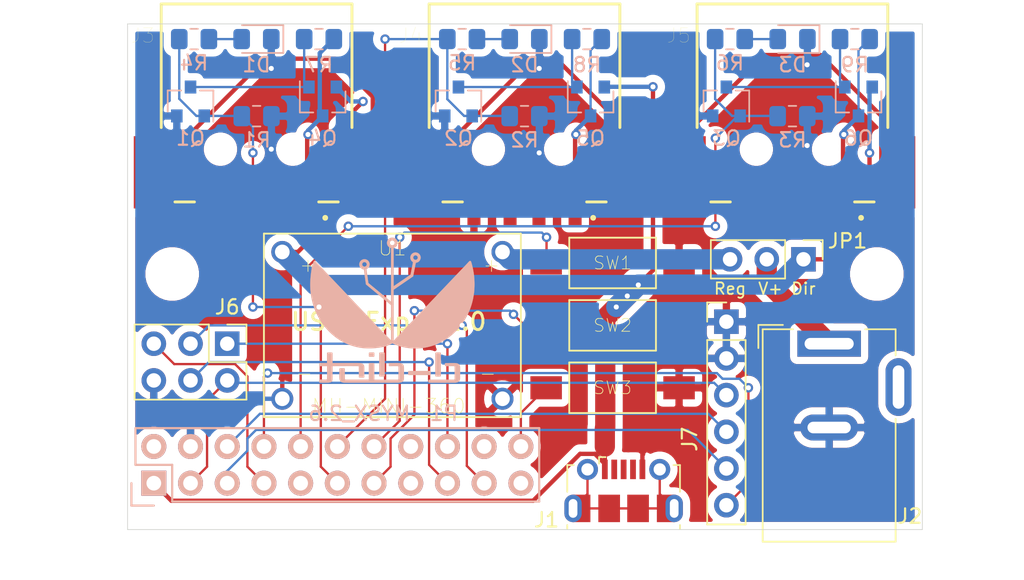
<source format=kicad_pcb>
(kicad_pcb (version 20171130) (host pcbnew 5.1.6-c6e7f7d~86~ubuntu18.04.1)
  (title_block (title USB-Exp) (date 2020-06-19) (rev 1.0) (company d-diot) (comment 1 https://www.d-diot.com) (comment 2 info@d-diot.com) (comment 3 "Author: Francesco Berghi"))
  (layers (0 F.Cu signal) (31 B.Cu signal) (34 B.Paste user) (35 F.Paste user) (36 B.SilkS user) (37 F.SilkS user) (38 B.Mask user) (39 F.Mask user) (44 Edge.Cuts user))
  (net 0 "")
  (net 1 "Net-(D1-Pad2)")
  (net 2 GND)
  (net 3 "Net-(D2-Pad2)")
  (net 4 "Net-(D3-Pad2)")
  (net 5 "Net-(J1-Pad6)")
  (net 6 "Net-(J1-Pad3)")
  (net 7 "Net-(J1-Pad4)")
  (net 8 Vin)
  (net 9 "Net-(J1-Pad2)")
  (net 10 "Net-(J2-Pad1)")
  (net 11 "Net-(J3-PadS1)")
  (net 12 "Net-(J3-Pad03)")
  (net 13 "Net-(J3-Pad01)")
  (net 14 "Net-(J3-Pad02)")
  (net 15 "Net-(J4-PadS1)")
  (net 16 "Net-(J4-Pad03)")
  (net 17 "Net-(J4-Pad01)")
  (net 18 "Net-(J4-Pad02)")
  (net 19 "Net-(J5-PadS1)")
  (net 20 "Net-(J5-Pad03)")
  (net 21 "Net-(J5-Pad01)")
  (net 22 "Net-(J5-Pad02)")
  (net 23 RESET)
  (net 24 MOSI)
  (net 25 SCK)
  (net 26 VCC)
  (net 27 MISO)
  (net 28 DTR)
  (net 29 D0-RXD)
  (net 30 D1-TXD)
  (net 31 "Net-(JP1-Pad3)")
  (net 32 A3)
  (net 33 "Net-(P1-Pad21)")
  (net 34 "Net-(P1-Pad2)")
  (net 35 "Net-(P1-Pad9)")
  (net 36 D3)
  (net 37 D5)
  (net 38 D6)
  (net 39 A5-SCL)
  (net 40 A4-SDA)
  (net 41 "Net-(P1-Pad15)")
  (net 42 "Net-(P1-Pad16)")
  (net 43 "Net-(P1-Pad20)")
  (net 44 "Net-(Q1-Pad3)")
  (net 45 "Net-(Q2-Pad3)")
  (net 46 "Net-(Q3-Pad3)")
  (module d-diot:d-diot-logo-small (layer B.Cu) (at 68.326 70.104 180)
    (fp_text reference G*** hide)
    (fp_text value LOGO hide)
  )
  (module MountingHole:MountingHole_2.7mm_M2.5 (layer F.Cu) (at 101.854 67.31)
    (fp_text reference REF** hide)
    (fp_text value MountingHole_2.7mm_M2.5)
    (pad 1 np_thru_hole circle (at 0 0) (size 2.7 2.7) (drill 2.7) (layers *.Cu *.Mask))
  )
  (module MountingHole:MountingHole_2.7mm_M2.5 (layer F.Cu) (at 53.086 67.31)
    (fp_text reference REF** hide)
    (fp_text value MountingHole_2.7mm_M2.5)
    (pad 1 np_thru_hole circle (at 0 0) (size 2.7 2.7) (drill 2.7) (layers *.Cu *.Mask))
  )
  (module MH-MINI-360:MH-MINI-360 (layer F.Cu) (at 68.326 70.866 180)
    (fp_text reference U1 (at 0 5.334) (layer F.SilkS) (effects (font (thickness 0.05))))
    (fp_text value MH-MINI-360 (at 0.254 -5.588) (layer F.SilkS) (effects (font (thickness 0.05))))
    (fp_text user + (at 5.842 4.191) (layer F.SilkS) (effects (font (thickness 0.05))))
    (fp_text user - (at 6.096 -3.302) (layer F.SilkS) (effects (font (thickness 0.05))))
    (fp_text user - (at -6.604 -3.302) (layer F.SilkS) (effects (font (thickness 0.05))))
    (fp_text user + (at -6.858 4.191) (layer F.SilkS) (effects (font (thickness 0.05))))
    (pad P$4 thru_hole circle (at 7.62 -5.08 180) (size 1.524 1.524) (drill 1.016) (layers *.Cu *.Mask) (net 2 GND))
    (pad P$3 thru_hole circle (at 7.62 5.08 180) (size 1.524 1.524) (drill 1.016) (layers *.Cu *.Mask) (net 8 Vin))
    (pad P$2 thru_hole circle (at -7.62 5.08 180) (size 1.524 1.524) (drill 1.016) (layers *.Cu *.Mask) (net 31 "Net-(JP1-Pad3)"))
    (pad P$1 thru_hole circle (at -7.62 -5.08 180) (size 1.524 1.524) (drill 1.016) (layers *.Cu *.Mask) (net 2 GND))
  )
  (module 1437566-3:SW_1437566-3 (layer F.Cu) (at 83.566 75.184 180)
    (fp_text reference SW3 (at 0 0) (layer F.SilkS) (effects (font (size 0.888425 0.888425) (thickness 0.05))))
    (fp_text value SW_Push hide)
    (pad 2 smd rect (at 4.6 0 270) (size 1.6 2.18) (layers F.Cu F.Paste F.Mask) (net 32 A3))
    (pad 1 smd rect (at -4.6 0 270) (size 1.6 2.18) (layers F.Cu F.Paste F.Mask) (net 2 GND))
  )
  (module 1437566-3:SW_1437566-3 (layer F.Cu) (at 83.566 70.866 180)
    (fp_text reference SW2 (at 0 0) (layer F.SilkS) (effects (font (size 0.888425 0.888425) (thickness 0.05))))
    (fp_text value SW_Push hide)
    (pad 2 smd rect (at 4.6 0 270) (size 1.6 2.18) (layers F.Cu F.Paste F.Mask) (net 39 A5-SCL))
    (pad 1 smd rect (at -4.6 0 270) (size 1.6 2.18) (layers F.Cu F.Paste F.Mask) (net 2 GND))
  )
  (module 1437566-3:SW_1437566-3 (layer F.Cu) (at 83.566 66.548 180)
    (fp_text reference SW1 (at 0 0 180) (layer F.SilkS) (effects (font (size 0.888425 0.888425) (thickness 0.05))))
    (fp_text value SW_Push hide)
    (pad 2 smd rect (at 4.6 0 270) (size 1.6 2.18) (layers F.Cu F.Paste F.Mask) (net 40 A4-SDA))
    (pad 1 smd rect (at -4.6 0 270) (size 1.6 2.18) (layers F.Cu F.Paste F.Mask) (net 2 GND))
  )
  (module Resistor_SMD:R_0805_2012Metric_Pad1.15x1.40mm_HandSolder (layer B.Cu) (at 100.33 51.054 180)
    (fp_text reference R9 (at 0 -1.778) (layer B.SilkS) (effects (justify mirror)))
    (fp_text value 100K)
    (pad 2 smd roundrect (at 1.025 0 180) (size 1.15 1.4) (layers B.Cu B.Paste B.Mask) (roundrect_rratio 0.217391) (net 46 "Net-(Q3-Pad3)"))
    (pad 1 smd roundrect (at -1.025 0 180) (size 1.15 1.4) (layers B.Cu B.Paste B.Mask) (roundrect_rratio 0.217391) (net 21 "Net-(J5-Pad01)"))
  )
  (module Resistor_SMD:R_0805_2012Metric_Pad1.15x1.40mm_HandSolder (layer B.Cu) (at 81.788 51.054 180)
    (fp_text reference R8 (at 0 -1.778 180) (layer B.SilkS) (effects (justify mirror)))
    (fp_text value 100K)
    (pad 2 smd roundrect (at 1.025 0 180) (size 1.15 1.4) (layers B.Cu B.Paste B.Mask) (roundrect_rratio 0.217391) (net 45 "Net-(Q2-Pad3)"))
    (pad 1 smd roundrect (at -1.025 0 180) (size 1.15 1.4) (layers B.Cu B.Paste B.Mask) (roundrect_rratio 0.217391) (net 17 "Net-(J4-Pad01)"))
  )
  (module Resistor_SMD:R_0805_2012Metric_Pad1.15x1.40mm_HandSolder (layer B.Cu) (at 63.246 51.054 180)
    (fp_text reference R7 (at 0 -1.778 180) (layer B.SilkS) (effects (justify mirror)))
    (fp_text value 100K)
    (pad 2 smd roundrect (at 1.025 0 180) (size 1.15 1.4) (layers B.Cu B.Paste B.Mask) (roundrect_rratio 0.217391) (net 44 "Net-(Q1-Pad3)"))
    (pad 1 smd roundrect (at -1.025 0 180) (size 1.15 1.4) (layers B.Cu B.Paste B.Mask) (roundrect_rratio 0.217391) (net 13 "Net-(J3-Pad01)"))
  )
  (module Resistor_SMD:R_0805_2012Metric_Pad1.15x1.40mm_HandSolder (layer B.Cu) (at 91.685 51.054)
    (fp_text reference R6 (at 0 1.65) (layer B.SilkS) (effects (justify mirror)))
    (fp_text value 300)
    (pad 2 smd roundrect (at 1.025 0) (size 1.15 1.4) (layers B.Cu B.Paste B.Mask) (roundrect_rratio 0.217391) (net 4 "Net-(D3-Pad2)"))
    (pad 1 smd roundrect (at -1.025 0) (size 1.15 1.4) (layers B.Cu B.Paste B.Mask) (roundrect_rratio 0.217391) (net 36 D3))
  )
  (module Resistor_SMD:R_0805_2012Metric_Pad1.15x1.40mm_HandSolder (layer B.Cu) (at 73.152 51.054)
    (fp_text reference R5 (at 0 1.65) (layer B.SilkS) (effects (justify mirror)))
    (fp_text value 300)
    (pad 2 smd roundrect (at 1.025 0) (size 1.15 1.4) (layers B.Cu B.Paste B.Mask) (roundrect_rratio 0.217391) (net 3 "Net-(D2-Pad2)"))
    (pad 1 smd roundrect (at -1.025 0) (size 1.15 1.4) (layers B.Cu B.Paste B.Mask) (roundrect_rratio 0.217391) (net 38 D6))
  )
  (module Resistor_SMD:R_0805_2012Metric_Pad1.15x1.40mm_HandSolder (layer B.Cu) (at 54.601 51.054)
    (fp_text reference R4 (at 0 1.65) (layer B.SilkS) (effects (justify mirror)))
    (fp_text value 300)
    (pad 2 smd roundrect (at 1.025 0) (size 1.15 1.4) (layers B.Cu B.Paste B.Mask) (roundrect_rratio 0.217391) (net 1 "Net-(D1-Pad2)"))
    (pad 1 smd roundrect (at -1.025 0) (size 1.15 1.4) (layers B.Cu B.Paste B.Mask) (roundrect_rratio 0.217391) (net 37 D5))
  )
  (module Resistor_SMD:R_0805_2012Metric_Pad1.15x1.40mm_HandSolder (layer B.Cu) (at 96.012 56.388)
    (fp_text reference R3 (at 0 1.65) (layer B.SilkS) (effects (justify mirror)))
    (fp_text value 10K)
    (pad 2 smd roundrect (at 1.025 0) (size 1.15 1.4) (layers B.Cu B.Paste B.Mask) (roundrect_rratio 0.217391) (net 2 GND))
    (pad 1 smd roundrect (at -1.025 0) (size 1.15 1.4) (layers B.Cu B.Paste B.Mask) (roundrect_rratio 0.217391) (net 36 D3))
  )
  (module Resistor_SMD:R_0805_2012Metric_Pad1.15x1.40mm_HandSolder (layer B.Cu) (at 77.47 56.388)
    (fp_text reference R2 (at 0 1.65) (layer B.SilkS) (effects (justify mirror)))
    (fp_text value 10K)
    (pad 2 smd roundrect (at 1.025 0) (size 1.15 1.4) (layers B.Cu B.Paste B.Mask) (roundrect_rratio 0.217391) (net 2 GND))
    (pad 1 smd roundrect (at -1.025 0) (size 1.15 1.4) (layers B.Cu B.Paste B.Mask) (roundrect_rratio 0.217391) (net 38 D6))
  )
  (module Resistor_SMD:R_0805_2012Metric_Pad1.15x1.40mm_HandSolder (layer B.Cu) (at 58.928 56.388)
    (fp_text reference R1 (at 0 1.65) (layer B.SilkS) (effects (justify mirror)))
    (fp_text value 10K)
    (pad 2 smd roundrect (at 1.025 0) (size 1.15 1.4) (layers B.Cu B.Paste B.Mask) (roundrect_rratio 0.217391) (net 2 GND))
    (pad 1 smd roundrect (at -1.025 0) (size 1.15 1.4) (layers B.Cu B.Paste B.Mask) (roundrect_rratio 0.217391) (net 37 D5))
  )
  (module Package_TO_SOT_SMD:SOT-23 (layer B.Cu) (at 100.584 55.372 270)
    (fp_text reference Q6 (at 2.54 0 180) (layer B.SilkS) (effects (justify mirror)))
    (fp_text value Q_PMOS_GSD)
    (pad 3 smd rect (at 1 0 270) (size 0.9 0.8) (layers B.Cu B.Paste B.Mask) (net 21 "Net-(J5-Pad01)"))
    (pad 2 smd rect (at -1 -0.95 270) (size 0.9 0.8) (layers B.Cu B.Paste B.Mask) (net 8 Vin))
    (pad 1 smd rect (at -1 0.95 270) (size 0.9 0.8) (layers B.Cu B.Paste B.Mask) (net 46 "Net-(Q3-Pad3)"))
  )
  (module Package_TO_SOT_SMD:SOT-23 (layer B.Cu) (at 82.042 55.372 270)
    (fp_text reference Q5 (at 2.54 0) (layer B.SilkS) (effects (justify mirror)))
    (fp_text value Q_PMOS_GSD)
    (pad 3 smd rect (at 1 0 270) (size 0.9 0.8) (layers B.Cu B.Paste B.Mask) (net 17 "Net-(J4-Pad01)"))
    (pad 2 smd rect (at -1 -0.95 270) (size 0.9 0.8) (layers B.Cu B.Paste B.Mask) (net 8 Vin))
    (pad 1 smd rect (at -1 0.95 270) (size 0.9 0.8) (layers B.Cu B.Paste B.Mask) (net 45 "Net-(Q2-Pad3)"))
  )
  (module Package_TO_SOT_SMD:SOT-23 (layer B.Cu) (at 63.5 55.372 270)
    (fp_text reference Q4 (at 2.54 0) (layer B.SilkS) (effects (justify mirror)))
    (fp_text value Q_PMOS_GSD)
    (pad 3 smd rect (at 1 0 270) (size 0.9 0.8) (layers B.Cu B.Paste B.Mask) (net 13 "Net-(J3-Pad01)"))
    (pad 2 smd rect (at -1 -0.95 270) (size 0.9 0.8) (layers B.Cu B.Paste B.Mask) (net 8 Vin))
    (pad 1 smd rect (at -1 0.95 270) (size 0.9 0.8) (layers B.Cu B.Paste B.Mask) (net 44 "Net-(Q1-Pad3)"))
  )
  (module Package_TO_SOT_SMD:SOT-23 (layer B.Cu) (at 91.44 55.372 90)
    (fp_text reference Q3 (at -2.54 0) (layer B.SilkS) (effects (justify mirror)))
    (fp_text value Q_NMOS_GSD)
    (pad 3 smd rect (at 1 0 90) (size 0.9 0.8) (layers B.Cu B.Paste B.Mask) (net 46 "Net-(Q3-Pad3)"))
    (pad 2 smd rect (at -1 -0.95 90) (size 0.9 0.8) (layers B.Cu B.Paste B.Mask) (net 2 GND))
    (pad 1 smd rect (at -1 0.95 90) (size 0.9 0.8) (layers B.Cu B.Paste B.Mask) (net 36 D3))
  )
  (module Package_TO_SOT_SMD:SOT-23 (layer B.Cu) (at 72.898 55.372 90)
    (fp_text reference Q2 (at -2.54 0 180) (layer B.SilkS) (effects (justify mirror)))
    (fp_text value Q_NMOS_GSD)
    (pad 3 smd rect (at 1 0 90) (size 0.9 0.8) (layers B.Cu B.Paste B.Mask) (net 45 "Net-(Q2-Pad3)"))
    (pad 2 smd rect (at -1 -0.95 90) (size 0.9 0.8) (layers B.Cu B.Paste B.Mask) (net 2 GND))
    (pad 1 smd rect (at -1 0.95 90) (size 0.9 0.8) (layers B.Cu B.Paste B.Mask) (net 38 D6))
  )
  (module Package_TO_SOT_SMD:SOT-23 (layer B.Cu) (at 54.356 55.372 90)
    (fp_text reference Q1 (at -2.54 0) (layer B.SilkS) (effects (justify mirror)))
    (fp_text value Q_NMOS_GSD)
    (pad 3 smd rect (at 1 0 90) (size 0.9 0.8) (layers B.Cu B.Paste B.Mask) (net 44 "Net-(Q1-Pad3)"))
    (pad 2 smd rect (at -1 -0.95 90) (size 0.9 0.8) (layers B.Cu B.Paste B.Mask) (net 2 GND))
    (pad 1 smd rect (at -1 0.95 90) (size 0.9 0.8) (layers B.Cu B.Paste B.Mask) (net 37 D5))
  )
  (module mysensors_connectors:MYSX_2.6_SOCKET (layer F.Cu) (at 51.816 81.788 90)
    (fp_text reference P1 (at 4.826 20.066 180) (layer B.SilkS) (effects (justify mirror)))
    (fp_text value MYSX_2.6 (at 4.826 14.224 180) (layer B.SilkS) (effects (justify mirror)))
    (pad 22 thru_hole oval (at 2.54 25.4 90) (size 1.7272 1.7272) (drill 1.016) (layers *.Cu *.Mask B.SilkS) (net 32 A3))
    (pad 21 thru_hole oval (at 0 25.4 90) (size 1.7272 1.7272) (drill 1.016) (layers *.Cu *.Mask B.SilkS) (net 33 "Net-(P1-Pad21)"))
    (pad 8 thru_hole oval (at 2.54 7.62 90) (size 1.7272 1.7272) (drill 1.016) (layers *.Cu *.Mask B.SilkS) (net 28 DTR))
    (pad 7 thru_hole oval (at 0 7.62 90) (size 1.7272 1.7272) (drill 1.016) (layers *.Cu *.Mask B.SilkS) (net 23 RESET))
    (pad 6 thru_hole oval (at 2.54 5.08 90) (size 1.7272 1.7272) (drill 1.016) (layers *.Cu *.Mask B.SilkS) (net 29 D0-RXD))
    (pad 5 thru_hole oval (at 0 5.08 90) (size 1.7272 1.7272) (drill 1.016) (layers *.Cu *.Mask B.SilkS) (net 30 D1-TXD))
    (pad 4 thru_hole oval (at 2.54 2.54 90) (size 1.7272 1.7272) (drill 1.016) (layers *.Cu *.Mask B.SilkS) (net 2 GND))
    (pad 3 thru_hole oval (at 0 2.54 90) (size 1.7272 1.7272) (drill 1.016) (layers *.Cu *.Mask B.SilkS) (net 26 VCC))
    (pad 2 thru_hole oval (at 2.54 0 90) (size 1.7272 1.7272) (drill 1.016) (layers *.Cu *.Mask B.SilkS) (net 34 "Net-(P1-Pad2)"))
    (pad 1 thru_hole rect (at 0 0 90) (size 1.7272 1.7272) (drill 1.016) (layers *.Cu *.Mask B.SilkS) (net 8 Vin))
    (pad 9 thru_hole oval (at 0 10.16 90) (size 1.7272 1.7272) (drill 1.016) (layers *.Cu *.Mask B.SilkS) (net 35 "Net-(P1-Pad9)"))
    (pad 10 thru_hole oval (at 2.54 10.16 90) (size 1.7272 1.7272) (drill 1.016) (layers *.Cu *.Mask B.SilkS) (net 36 D3))
    (pad 11 thru_hole oval (at 0 12.7 90) (size 1.7272 1.7272) (drill 1.016) (layers *.Cu *.Mask B.SilkS) (net 37 D5))
    (pad 12 thru_hole oval (at 2.54 12.7 90) (size 1.7272 1.7272) (drill 1.016) (layers *.Cu *.Mask B.SilkS) (net 38 D6))
    (pad 13 thru_hole oval (at 0 15.24 90) (size 1.7272 1.7272) (drill 1.016) (layers *.Cu *.Mask B.SilkS) (net 39 A5-SCL))
    (pad 14 thru_hole oval (at 2.54 15.24 90) (size 1.7272 1.7272) (drill 1.016) (layers *.Cu *.Mask B.SilkS) (net 40 A4-SDA))
    (pad 15 thru_hole oval (at 0 17.78 90) (size 1.7272 1.7272) (drill 1.016) (layers *.Cu *.Mask B.SilkS) (net 41 "Net-(P1-Pad15)"))
    (pad 16 thru_hole oval (at 2.54 17.78 90) (size 1.7272 1.7272) (drill 1.016) (layers *.Cu *.Mask B.SilkS) (net 42 "Net-(P1-Pad16)"))
    (pad 17 thru_hole oval (at 0 20.32 90) (size 1.7272 1.7272) (drill 1.016) (layers *.Cu *.Mask B.SilkS) (net 24 MOSI))
    (pad 18 thru_hole oval (at 2.54 20.32 90) (size 1.7272 1.7272) (drill 1.016) (layers *.Cu *.Mask B.SilkS) (net 27 MISO))
    (pad 19 thru_hole oval (at 0 22.86 90) (size 1.7272 1.7272) (drill 1.016) (layers *.Cu *.Mask B.SilkS) (net 25 SCK))
    (pad 20 thru_hole oval (at 2.54 22.86 90) (size 1.7272 1.7272) (drill 1.016) (layers *.Cu *.Mask B.SilkS) (net 43 "Net-(P1-Pad20)"))
  )
  (module Connector_PinHeader_2.54mm:PinHeader_1x03_P2.54mm_Vertical (layer F.Cu) (at 96.774 66.294 270)
    (fp_text reference JP1 (at -1.27 -3.048 180) (layer F.SilkS))
    (fp_text value "V select")
    (pad 3 thru_hole oval (at 0 5.08 270) (size 1.7 1.7) (drill 1) (layers *.Cu *.Mask) (net 31 "Net-(JP1-Pad3)"))
    (pad 2 thru_hole oval (at 0 2.54 270) (size 1.7 1.7) (drill 1) (layers *.Cu *.Mask) (net 10 "Net-(J2-Pad1)"))
    (pad 1 thru_hole rect (at 0 0 270) (size 1.7 1.7) (drill 1) (layers *.Cu *.Mask) (net 8 Vin))
  )
  (module Connector_PinHeader_2.54mm:PinHeader_1x06_P2.54mm_Vertical (layer F.Cu) (at 91.44 70.612)
    (fp_text reference J7 (at -2.54 8.128 90) (layer F.SilkS))
    (fp_text value FTDI)
    (pad 6 thru_hole oval (at 0 12.7) (size 1.7 1.7) (drill 1) (layers *.Cu *.Mask) (net 28 DTR))
    (pad 5 thru_hole oval (at 0 10.16) (size 1.7 1.7) (drill 1) (layers *.Cu *.Mask) (net 30 D1-TXD))
    (pad 4 thru_hole oval (at 0 7.62) (size 1.7 1.7) (drill 1) (layers *.Cu *.Mask) (net 29 D0-RXD))
    (pad 3 thru_hole oval (at 0 5.08) (size 1.7 1.7) (drill 1) (layers *.Cu *.Mask) (net 26 VCC))
    (pad 2 thru_hole oval (at 0 2.54) (size 1.7 1.7) (drill 1) (layers *.Cu *.Mask) (net 2 GND))
    (pad 1 thru_hole rect (at 0 0) (size 1.7 1.7) (drill 1) (layers *.Cu *.Mask) (net 2 GND))
  )
  (module Connector_PinHeader_2.54mm:PinHeader_2x03_P2.54mm_Vertical (layer F.Cu) (at 56.896 72.136 270)
    (fp_text reference J6 (at -2.54 0 180) (layer F.SilkS))
    (fp_text value ICSP)
    (pad 6 thru_hole oval (at 2.54 5.08 270) (size 1.7 1.7) (drill 1) (layers *.Cu *.Mask) (net 2 GND))
    (pad 5 thru_hole oval (at 0 5.08 270) (size 1.7 1.7) (drill 1) (layers *.Cu *.Mask) (net 23 RESET))
    (pad 4 thru_hole oval (at 2.54 2.54 270) (size 1.7 1.7) (drill 1) (layers *.Cu *.Mask) (net 24 MOSI))
    (pad 3 thru_hole oval (at 0 2.54 270) (size 1.7 1.7) (drill 1) (layers *.Cu *.Mask) (net 25 SCK))
    (pad 2 thru_hole oval (at 2.54 0 270) (size 1.7 1.7) (drill 1) (layers *.Cu *.Mask) (net 26 VCC))
    (pad 1 thru_hole rect (at 0 0 270) (size 1.7 1.7) (drill 1) (layers *.Cu *.Mask) (net 27 MISO))
  )
  (module USB-A-S-X-X-SM2-R:SAMTEC_USB-A-S-X-X-SM2-R (layer F.Cu) (at 96.012 58.674 180)
    (fp_text reference J5 (at 7.874 7.874) (layer F.SilkS) (effects (font (thickness 0.015))))
    (fp_text value USB-A-S-X-X-SM2-R)
    (pad S2 smd rect (at 7.25 -1.6 180) (size 2.5 5) (layers F.Cu F.Paste F.Mask) (net 19 "Net-(J5-PadS1)"))
    (pad S1 smd rect (at -7.25 -1.6 180) (size 2.5 5) (layers F.Cu F.Paste F.Mask) (net 19 "Net-(J5-PadS1)"))
    (pad 03 smd rect (at 1 -3.85 180) (size 0.9 2.8) (layers F.Cu F.Paste F.Mask) (net 20 "Net-(J5-Pad03)"))
    (pad 01 smd rect (at -3.5 -3.85 180) (size 0.9 2.8) (layers F.Cu F.Paste F.Mask) (net 21 "Net-(J5-Pad01)"))
    (pad 02 smd rect (at -1 -3.85 180) (size 0.9 2.8) (layers F.Cu F.Paste F.Mask) (net 22 "Net-(J5-Pad02)"))
    (pad 04 smd rect (at 3.5 -3.85 180) (size 0.9 2.8) (layers F.Cu F.Paste F.Mask) (net 2 GND))
    (pad None np_thru_hole circle (at 2.5 0 180) (size 1.3 1.3) (drill 1.3) (layers *.Cu *.Mask))
    (pad None np_thru_hole circle (at -2.5 0 180) (size 1.3 1.3) (drill 1.3) (layers *.Cu *.Mask))
  )
  (module USB-A-S-X-X-SM2-R:SAMTEC_USB-A-S-X-X-SM2-R (layer F.Cu) (at 77.47 58.674 180)
    (fp_text reference J4 (at 7.874 7.874) (layer F.SilkS) (effects (font (thickness 0.015))))
    (fp_text value USB-A-S-X-X-SM2-R)
    (pad S2 smd rect (at 7.25 -1.6 180) (size 2.5 5) (layers F.Cu F.Paste F.Mask) (net 15 "Net-(J4-PadS1)"))
    (pad S1 smd rect (at -7.25 -1.6 180) (size 2.5 5) (layers F.Cu F.Paste F.Mask) (net 15 "Net-(J4-PadS1)"))
    (pad 03 smd rect (at 1 -3.85 180) (size 0.9 2.8) (layers F.Cu F.Paste F.Mask) (net 16 "Net-(J4-Pad03)"))
    (pad 01 smd rect (at -3.5 -3.85 180) (size 0.9 2.8) (layers F.Cu F.Paste F.Mask) (net 17 "Net-(J4-Pad01)"))
    (pad 02 smd rect (at -1 -3.85 180) (size 0.9 2.8) (layers F.Cu F.Paste F.Mask) (net 18 "Net-(J4-Pad02)"))
    (pad 04 smd rect (at 3.5 -3.85 180) (size 0.9 2.8) (layers F.Cu F.Paste F.Mask) (net 2 GND))
    (pad None np_thru_hole circle (at 2.5 0 180) (size 1.3 1.3) (drill 1.3) (layers *.Cu *.Mask))
    (pad None np_thru_hole circle (at -2.5 0 180) (size 1.3 1.3) (drill 1.3) (layers *.Cu *.Mask))
  )
  (module USB-A-S-X-X-SM2-R:SAMTEC_USB-A-S-X-X-SM2-R (layer F.Cu) (at 58.928 58.674 180)
    (fp_text reference J3 (at 7.874 7.874) (layer F.SilkS) (effects (font (thickness 0.015))))
    (fp_text value USB-A-S-X-X-SM2-R)
    (pad S2 smd rect (at 7.25 -1.6 180) (size 2.5 5) (layers F.Cu F.Paste F.Mask) (net 11 "Net-(J3-PadS1)"))
    (pad S1 smd rect (at -7.25 -1.6 180) (size 2.5 5) (layers F.Cu F.Paste F.Mask) (net 11 "Net-(J3-PadS1)"))
    (pad 03 smd rect (at 1 -3.85 180) (size 0.9 2.8) (layers F.Cu F.Paste F.Mask) (net 12 "Net-(J3-Pad03)"))
    (pad 01 smd rect (at -3.5 -3.85 180) (size 0.9 2.8) (layers F.Cu F.Paste F.Mask) (net 13 "Net-(J3-Pad01)"))
    (pad 02 smd rect (at -1 -3.85 180) (size 0.9 2.8) (layers F.Cu F.Paste F.Mask) (net 14 "Net-(J3-Pad02)"))
    (pad 04 smd rect (at 3.5 -3.85 180) (size 0.9 2.8) (layers F.Cu F.Paste F.Mask) (net 2 GND))
    (pad None np_thru_hole circle (at 2.5 0 180) (size 1.3 1.3) (drill 1.3) (layers *.Cu *.Mask))
    (pad None np_thru_hole circle (at -2.5 0 180) (size 1.3 1.3) (drill 1.3) (layers *.Cu *.Mask))
  )
  (module Connector_BarrelJack:BarrelJack_Wuerth_6941xx301002 (layer F.Cu) (at 98.552 72.136)
    (fp_text reference J2 (at 5.588 11.938) (layer F.SilkS))
    (fp_text value Barrel_Jack)
    (pad 1 thru_hole rect (at 0 0) (size 4.4 1.8) (drill oval 3.4 0.8) (layers *.Cu *.Mask) (net 10 "Net-(J2-Pad1)"))
    (pad 2 thru_hole oval (at 0 5.8) (size 4 1.8) (drill oval 3 0.8) (layers *.Cu *.Mask) (net 2 GND))
    (pad 3 thru_hole oval (at 4.8 3 90) (size 4 1.8) (drill oval 3 0.8) (layers *.Cu *.Mask))
  )
  (module Connector_USB:USB_Micro-B_Molex-105017-0001 (layer F.Cu) (at 84.328 82.296)
    (fp_text reference J1 (at -5.334 2.032) (layer F.SilkS))
    (fp_text value USB_B_Micro)
    (pad 6 smd rect (at -2.9 1.2375) (size 1.2 1.9) (layers F.Cu F.Mask) (net 5 "Net-(J1-Pad6)"))
    (pad 6 smd rect (at 2.9 1.2375) (size 1.2 1.9) (layers F.Cu F.Mask) (net 5 "Net-(J1-Pad6)"))
    (pad 6 thru_hole oval (at 3.5 1.2375) (size 1.2 1.9) (drill oval 0.6 1.3) (layers *.Cu *.Mask) (net 5 "Net-(J1-Pad6)"))
    (pad 6 thru_hole oval (at -3.5 1.2375 180) (size 1.2 1.9) (drill oval 0.6 1.3) (layers *.Cu *.Mask) (net 5 "Net-(J1-Pad6)"))
    (pad 6 smd rect (at -1 1.2375) (size 1.5 1.9) (layers F.Cu F.Paste F.Mask) (net 5 "Net-(J1-Pad6)"))
    (pad 6 thru_hole circle (at 2.5 -1.4625) (size 1.45 1.45) (drill 0.85) (layers *.Cu *.Mask) (net 5 "Net-(J1-Pad6)"))
    (pad 3 smd rect (at 0 -1.4625) (size 0.4 1.35) (layers F.Cu F.Paste F.Mask) (net 6 "Net-(J1-Pad3)"))
    (pad 4 smd rect (at 0.65 -1.4625) (size 0.4 1.35) (layers F.Cu F.Paste F.Mask) (net 7 "Net-(J1-Pad4)"))
    (pad 5 smd rect (at 1.3 -1.4625) (size 0.4 1.35) (layers F.Cu F.Paste F.Mask) (net 2 GND))
    (pad 1 smd rect (at -1.3 -1.4625) (size 0.4 1.35) (layers F.Cu F.Paste F.Mask) (net 8 Vin))
    (pad 2 smd rect (at -0.65 -1.4625) (size 0.4 1.35) (layers F.Cu F.Paste F.Mask) (net 9 "Net-(J1-Pad2)"))
    (pad 6 thru_hole circle (at -2.5 -1.4625) (size 1.45 1.45) (drill 0.85) (layers *.Cu *.Mask) (net 5 "Net-(J1-Pad6)"))
    (pad 6 smd rect (at 1 1.2375) (size 1.5 1.9) (layers F.Cu F.Paste F.Mask) (net 5 "Net-(J1-Pad6)"))
  )
  (module LED_SMD:LED_0805_2012Metric_Pad1.15x1.40mm_HandSolder (layer B.Cu) (at 96.021 51.054 180)
    (fp_text reference D3 (at 0 -1.778) (layer B.SilkS) (effects (justify mirror)))
    (fp_text value BLU-LED)
    (pad 2 smd roundrect (at 1.025 0 180) (size 1.15 1.4) (layers B.Cu B.Paste B.Mask) (roundrect_rratio 0.217391) (net 4 "Net-(D3-Pad2)"))
    (pad 1 smd roundrect (at -1.025 0 180) (size 1.15 1.4) (layers B.Cu B.Paste B.Mask) (roundrect_rratio 0.217391) (net 2 GND))
  )
  (module LED_SMD:LED_0805_2012Metric_Pad1.15x1.40mm_HandSolder (layer B.Cu) (at 77.47 51.054 180)
    (fp_text reference D2 (at 0 -1.778) (layer B.SilkS) (effects (justify mirror)))
    (fp_text value BLU-LED)
    (pad 2 smd roundrect (at 1.025 0 180) (size 1.15 1.4) (layers B.Cu B.Paste B.Mask) (roundrect_rratio 0.217391) (net 3 "Net-(D2-Pad2)"))
    (pad 1 smd roundrect (at -1.025 0 180) (size 1.15 1.4) (layers B.Cu B.Paste B.Mask) (roundrect_rratio 0.217391) (net 2 GND))
  )
  (module LED_SMD:LED_0805_2012Metric_Pad1.15x1.40mm_HandSolder (layer B.Cu) (at 58.919 51.054 180)
    (fp_text reference D1 (at 0 -1.778) (layer B.SilkS) (effects (justify mirror)))
    (fp_text value BLU-LED)
    (pad 2 smd roundrect (at 1.025 0 180) (size 1.15 1.4) (layers B.Cu B.Paste B.Mask) (roundrect_rratio 0.217391) (net 1 "Net-(D1-Pad2)"))
    (pad 1 smd roundrect (at -1.025 0 180) (size 1.15 1.4) (layers B.Cu B.Paste B.Mask) (roundrect_rratio 0.217391) (net 2 GND))
  )
  (gr_text "USB-Exp v.1.0" (at 68.072 70.612) (layer F.SilkS) (effects (font (size 1.2 1.2) (thickness 0.2))))
  (gr_text Dir (at 96.774 68.326) (layer F.SilkS) (effects (font (size 0.8 0.8) (thickness 0.12))))
  (gr_text Reg (at 91.694 68.326) (layer F.SilkS) (effects (font (size 0.8 0.8) (thickness 0.12))))
  (gr_text V+ (at 94.488 68.326) (layer F.SilkS) (effects (font (size 0.8 0.8) (thickness 0.12))))
  (gr_line (start 50 50) (end 50 85) (layer Edge.Cuts) (width 0.05))
  (gr_line (start 50 50) (end 105 50) (layer Edge.Cuts) (width 0.05))
  (gr_line (start 105 85) (end 50 85) (layer Edge.Cuts) (width 0.05))
  (gr_line (start 105 50) (end 105 85) (layer Edge.Cuts) (width 0.05))
  (segment (start 55.626 51.054) (end 57.894 51.054) (width 0.16) (layer B.Cu) (net 1))
  (segment (start 85.628 80.8335) (end 85.628 78.964) (width 0.3) (layer F.Cu) (net 2))
  (segment (start 60.706 73.914) (end 60.706 75.946) (width 0.3) (layer F.Cu) (net 2))
  (segment (start 60.706 75.946) (end 58.674 75.946) (width 0.3) (layer B.Cu) (net 2))
  (via (at 78.486 53.086) (size 0.65) (drill 0.35) (layers F.Cu B.Cu) (net 2))
  (segment (start 78.495 51.054) (end 78.495 53.077) (width 0.3) (layer B.Cu) (net 2))
  (segment (start 78.495 53.077) (end 78.486 53.086) (width 0.3) (layer B.Cu) (net 2))
  (via (at 78.486 58.928) (size 0.65) (drill 0.35) (layers F.Cu B.Cu) (net 2))
  (segment (start 78.486 53.086) (end 78.486 58.928) (width 0.3) (layer F.Cu) (net 2))
  (via (at 59.944 53.086) (size 0.65) (drill 0.35) (layers F.Cu B.Cu) (net 2))
  (segment (start 59.944 51.054) (end 59.944 53.086) (width 0.3) (layer B.Cu) (net 2))
  (via (at 59.944 58.674) (size 0.65) (drill 0.35) (layers F.Cu B.Cu) (net 2))
  (segment (start 59.944 53.086) (end 59.944 58.674) (width 0.3) (layer F.Cu) (net 2))
  (via (at 97.028 52.832) (size 0.65) (drill 0.35) (layers F.Cu B.Cu) (net 2))
  (segment (start 97.046 51.054) (end 97.046 52.814) (width 0.3) (layer B.Cu) (net 2))
  (segment (start 97.046 52.814) (end 97.028 52.832) (width 0.3) (layer B.Cu) (net 2))
  (via (at 97.028 58.42) (size 0.65) (drill 0.35) (layers F.Cu B.Cu) (net 2))
  (segment (start 97.028 52.832) (end 97.028 58.42) (width 0.3) (layer F.Cu) (net 2))
  (segment (start 74.177 51.054) (end 76.445 51.054) (width 0.16) (layer B.Cu) (net 3))
  (segment (start 92.71 51.054) (end 94.996 51.054) (width 0.16) (layer B.Cu) (net 4))
  (segment (start 81.828 82.5335) (end 80.828 83.5335) (width 0.16) (layer F.Cu) (net 5))
  (segment (start 81.828 80.8335) (end 81.828 82.5335) (width 0.16) (layer F.Cu) (net 5))
  (segment (start 81.428 83.5335) (end 87.828 83.5335) (width 0.16) (layer F.Cu) (net 5))
  (segment (start 86.828 82.5335) (end 87.828 83.5335) (width 0.16) (layer F.Cu) (net 5))
  (segment (start 86.828 80.8335) (end 86.828 82.5335) (width 0.16) (layer F.Cu) (net 5))
  (via (at 83.82 69.596) (size 0.65) (drill 0.35) (layers F.Cu B.Cu) (net 8))
  (segment (start 85.371999 68.044001) (end 83.82 69.596) (width 1.4) (layer B.Cu) (net 8))
  (segment (start 96.774 66.294) (end 95.023999 68.044001) (width 1.4) (layer B.Cu) (net 8))
  (segment (start 95.023999 68.044001) (end 85.371999 68.044001) (width 1.4) (layer B.Cu) (net 8))
  (segment (start 83.82 69.596) (end 83.058 70.358) (width 1.4) (layer F.Cu) (net 8))
  (segment (start 83.058 70.358) (end 83.058 77.978) (width 1.4) (layer F.Cu) (net 8))
  (segment (start 83.028 78.008) (end 83.058 77.978) (width 0.3) (layer F.Cu) (net 8))
  (segment (start 83.028 78.008) (end 83.028 79.258499) (width 1.4) (layer F.Cu) (net 8))
  (segment (start 83.028 80.8335) (end 83.028 79.258499) (width 0.3) (layer F.Cu) (net 8))
  (segment (start 83.82 69.596) (end 84.582 68.834) (width 1.4) (layer F.Cu) (net 8))
  (segment (start 84.582 68.834) (end 85.344 68.072) (width 1.4) (layer F.Cu) (net 8))
  (via (at 84.582 68.834) (size 0.65) (drill 0.35) (layers F.Cu B.Cu) (net 8))
  (segment (start 85.344 68.072) (end 85.344 68.072) (width 1.4) (layer F.Cu) (net 8))
  (via (at 85.344 68.072) (size 0.65) (drill 0.35) (layers F.Cu B.Cu) (net 8))
  (segment (start 96.774 66.294) (end 96.211999 65.731999) (width 0.3) (layer F.Cu) (net 8))
  (segment (start 101.346 63.170002) (end 101.346 58.928) (width 0.3) (layer F.Cu) (net 8))
  (via (at 101.346 58.928) (size 0.65) (drill 0.35) (layers F.Cu B.Cu) (net 8))
  (segment (start 96.774 66.294) (end 98.222002 66.294) (width 0.3) (layer F.Cu) (net 8))
  (segment (start 98.222002 66.294) (end 101.346 63.170002) (width 0.3) (layer F.Cu) (net 8))
  (segment (start 101.346 54.56) (end 101.534 54.372) (width 0.3) (layer B.Cu) (net 8))
  (segment (start 101.346 58.928) (end 101.346 54.56) (width 0.3) (layer B.Cu) (net 8))
  (via (at 86.36 54.356) (size 0.65) (drill 0.35) (layers F.Cu B.Cu) (net 8))
  (segment (start 85.344 68.072) (end 86.36 67.056) (width 0.3) (layer F.Cu) (net 8))
  (segment (start 86.36 67.056) (end 86.36 54.356) (width 0.3) (layer F.Cu) (net 8))
  (segment (start 83.008 54.356) (end 82.992 54.372) (width 0.3) (layer B.Cu) (net 8))
  (segment (start 86.36 54.356) (end 83.008 54.356) (width 0.3) (layer B.Cu) (net 8))
  (segment (start 62.992 68.072) (end 85.344 68.072) (width 1.4) (layer B.Cu) (net 8))
  (segment (start 60.706 65.786) (end 62.992 68.072) (width 1.4) (layer B.Cu) (net 8))
  (segment (start 64.77 54.692) (end 64.45 54.372) (width 0.3) (layer B.Cu) (net 8))
  (via (at 66.294 55.372) (size 0.65) (drill 0.35) (layers F.Cu B.Cu) (net 8))
  (segment (start 64.577999 57.088001) (end 66.294 55.372) (width 0.3) (layer F.Cu) (net 8))
  (segment (start 64.577999 62.991631) (end 64.577999 57.088001) (width 0.3) (layer F.Cu) (net 8))
  (segment (start 60.706 65.786) (end 61.78363 65.786) (width 0.3) (layer F.Cu) (net 8))
  (segment (start 61.78363 65.786) (end 64.577999 62.991631) (width 0.3) (layer F.Cu) (net 8))
  (segment (start 65.45 55.372) (end 64.45 54.372) (width 0.3) (layer B.Cu) (net 8))
  (segment (start 66.294 55.372) (end 65.45 55.372) (width 0.3) (layer B.Cu) (net 8))
  (segment (start 82.344001 79.758499) (end 83.028 80.442498) (width 0.3) (layer F.Cu) (net 8))
  (segment (start 81.311999 79.758499) (end 82.344001 79.758499) (width 0.3) (layer F.Cu) (net 8))
  (segment (start 78.068897 83.001601) (end 81.311999 79.758499) (width 0.3) (layer F.Cu) (net 8))
  (segment (start 83.028 80.442498) (end 83.028 80.8335) (width 0.3) (layer F.Cu) (net 8))
  (segment (start 53.029601 83.001601) (end 78.068897 83.001601) (width 0.3) (layer F.Cu) (net 8))
  (segment (start 51.816 81.788) (end 53.029601 83.001601) (width 0.3) (layer F.Cu) (net 8))
  (segment (start 94.234 67.818) (end 94.234 66.294) (width 1.4) (layer F.Cu) (net 10))
  (segment (start 98.552 72.136) (end 94.234 67.818) (width 1.4) (layer F.Cu) (net 10))
  (segment (start 66.969001 55.047999) (end 66.969001 59.482999) (width 0.3) (layer F.Cu) (net 11))
  (segment (start 59.541001 52.410999) (end 64.332001 52.410999) (width 0.3) (layer F.Cu) (net 11))
  (segment (start 66.969001 59.482999) (end 66.178 60.274) (width 0.3) (layer F.Cu) (net 11))
  (segment (start 64.332001 52.410999) (end 66.969001 55.047999) (width 0.3) (layer F.Cu) (net 11))
  (segment (start 51.678 60.274) (end 59.541001 52.410999) (width 0.3) (layer F.Cu) (net 11))
  (via (at 62.484 57.658) (size 0.65) (drill 0.35) (layers F.Cu B.Cu) (net 13))
  (segment (start 62.428 62.524) (end 62.428 57.714) (width 0.3) (layer F.Cu) (net 13))
  (segment (start 62.428 57.714) (end 62.484 57.658) (width 0.3) (layer F.Cu) (net 13))
  (segment (start 62.484 57.388) (end 63.5 56.372) (width 0.3) (layer B.Cu) (net 13))
  (segment (start 62.484 57.658) (end 62.484 57.388) (width 0.3) (layer B.Cu) (net 13))
  (segment (start 63.300001 56.172001) (end 63.5 56.372) (width 0.3) (layer B.Cu) (net 13))
  (segment (start 63.300001 52.024999) (end 63.300001 56.172001) (width 0.3) (layer B.Cu) (net 13))
  (segment (start 64.271 51.054) (end 63.300001 52.024999) (width 0.3) (layer B.Cu) (net 13))
  (segment (start 84.72 57.474) (end 84.72 60.274) (width 0.3) (layer F.Cu) (net 15))
  (segment (start 79.656999 52.410999) (end 84.72 57.474) (width 0.3) (layer F.Cu) (net 15))
  (segment (start 78.083001 52.410999) (end 79.656999 52.410999) (width 0.3) (layer F.Cu) (net 15))
  (segment (start 70.22 60.274) (end 78.083001 52.410999) (width 0.3) (layer F.Cu) (net 15))
  (via (at 81.026 57.658) (size 0.65) (drill 0.35) (layers F.Cu B.Cu) (net 17))
  (segment (start 80.97 62.524) (end 80.97 57.714) (width 0.3) (layer F.Cu) (net 17))
  (segment (start 80.97 57.714) (end 81.026 57.658) (width 0.3) (layer F.Cu) (net 17))
  (segment (start 81.026 57.388) (end 82.042 56.372) (width 0.3) (layer B.Cu) (net 17))
  (segment (start 81.026 57.658) (end 81.026 57.388) (width 0.3) (layer B.Cu) (net 17))
  (segment (start 82.042 51.825) (end 82.813 51.054) (width 0.16) (layer B.Cu) (net 17))
  (segment (start 82.042 56.372) (end 82.042 51.825) (width 0.16) (layer B.Cu) (net 17))
  (segment (start 103.262 57.474) (end 103.262 60.274) (width 0.3) (layer F.Cu) (net 19))
  (segment (start 97.944999 52.156999) (end 103.262 57.474) (width 0.3) (layer F.Cu) (net 19))
  (segment (start 94.079001 52.156999) (end 97.944999 52.156999) (width 0.3) (layer F.Cu) (net 19))
  (segment (start 88.762 57.474) (end 94.079001 52.156999) (width 0.3) (layer F.Cu) (net 19))
  (segment (start 88.762 60.274) (end 88.762 57.474) (width 0.3) (layer F.Cu) (net 19))
  (segment (start 99.568 62.468) (end 99.512 62.524) (width 0.3) (layer F.Cu) (net 21))
  (via (at 99.568 57.658) (size 0.65) (drill 0.35) (layers F.Cu B.Cu) (net 21))
  (segment (start 99.512 62.524) (end 99.512 57.714) (width 0.3) (layer F.Cu) (net 21))
  (segment (start 99.512 57.714) (end 99.568 57.658) (width 0.3) (layer F.Cu) (net 21))
  (segment (start 99.568 57.388) (end 100.584 56.372) (width 0.3) (layer B.Cu) (net 21))
  (segment (start 99.568 57.658) (end 99.568 57.388) (width 0.3) (layer B.Cu) (net 21))
  (segment (start 100.584 51.825) (end 101.355 51.054) (width 0.16) (layer B.Cu) (net 21))
  (segment (start 100.584 56.372) (end 100.584 51.825) (width 0.16) (layer B.Cu) (net 21))
  (segment (start 58.292399 74.399997) (end 58.292399 80.644399) (width 0.16) (layer F.Cu) (net 23))
  (segment (start 57.438401 73.545999) (end 58.292399 74.399997) (width 0.16) (layer F.Cu) (net 23))
  (segment (start 58.292399 80.644399) (end 59.436 81.788) (width 0.16) (layer F.Cu) (net 23))
  (segment (start 53.225999 73.545999) (end 57.438401 73.545999) (width 0.16) (layer F.Cu) (net 23))
  (segment (start 51.816 72.136) (end 53.225999 73.545999) (width 0.16) (layer F.Cu) (net 23))
  (segment (start 54.356 74.676) (end 55.626 73.406) (width 0.16) (layer B.Cu) (net 24))
  (via (at 70.866 73.406) (size 0.65) (drill 0.35) (layers F.Cu B.Cu) (net 24))
  (segment (start 55.626 73.406) (end 70.866 73.406) (width 0.16) (layer B.Cu) (net 24))
  (segment (start 70.866 80.518) (end 72.136 81.788) (width 0.16) (layer F.Cu) (net 24))
  (segment (start 70.866 73.406) (end 70.866 80.518) (width 0.16) (layer F.Cu) (net 24))
  (via (at 73.152 70.866) (size 0.65) (drill 0.35) (layers F.Cu B.Cu) (net 25))
  (segment (start 54.356 72.136) (end 55.626 70.866) (width 0.16) (layer B.Cu) (net 25))
  (segment (start 55.626 70.866) (end 73.152 70.866) (width 0.16) (layer B.Cu) (net 25))
  (segment (start 73.476999 80.588999) (end 74.676 81.788) (width 0.16) (layer F.Cu) (net 25))
  (segment (start 73.476999 71.190999) (end 73.476999 80.588999) (width 0.16) (layer F.Cu) (net 25))
  (segment (start 73.152 70.866) (end 73.476999 71.190999) (width 0.16) (layer F.Cu) (net 25))
  (segment (start 55.499601 80.644399) (end 55.499601 76.072399) (width 0.16) (layer F.Cu) (net 26))
  (segment (start 55.499601 76.072399) (end 56.896 74.676) (width 0.16) (layer F.Cu) (net 26))
  (segment (start 54.356 81.788) (end 55.499601 80.644399) (width 0.16) (layer F.Cu) (net 26))
  (segment (start 57.062001 74.842001) (end 56.896 74.676) (width 0.16) (layer B.Cu) (net 26))
  (segment (start 90.590001 74.842001) (end 57.062001 74.842001) (width 0.16) (layer B.Cu) (net 26))
  (segment (start 91.44 75.692) (end 90.590001 74.842001) (width 0.16) (layer B.Cu) (net 26))
  (via (at 72.136 72.136) (size 0.65) (drill 0.35) (layers F.Cu B.Cu) (net 27))
  (segment (start 56.896 72.136) (end 72.136 72.136) (width 0.16) (layer B.Cu) (net 27))
  (segment (start 72.136 72.136) (end 72.136 79.248) (width 0.16) (layer F.Cu) (net 27))
  (via (at 59.69 74.168) (size 0.65) (drill 0.35) (layers F.Cu B.Cu) (net 28))
  (segment (start 59.436 79.248) (end 59.436 74.422) (width 0.16) (layer F.Cu) (net 28))
  (segment (start 59.436 74.422) (end 59.69 74.168) (width 0.16) (layer F.Cu) (net 28))
  (segment (start 91.44 83.312) (end 92.964 81.788) (width 0.16) (layer F.Cu) (net 28))
  (via (at 92.964 75.184) (size 0.65) (drill 0.35) (layers F.Cu B.Cu) (net 28))
  (segment (start 92.964 81.788) (end 92.964 75.184) (width 0.16) (layer F.Cu) (net 28))
  (segment (start 91.177597 74.561999) (end 92.341999 74.561999) (width 0.16) (layer B.Cu) (net 28))
  (segment (start 90.783598 74.168) (end 91.177597 74.561999) (width 0.16) (layer B.Cu) (net 28))
  (segment (start 92.341999 74.561999) (end 92.964 75.184) (width 0.16) (layer B.Cu) (net 28))
  (segment (start 59.69 74.168) (end 90.783598 74.168) (width 0.16) (layer B.Cu) (net 28))
  (segment (start 59.155999 76.988001) (end 56.896 79.248) (width 0.16) (layer B.Cu) (net 29))
  (segment (start 90.196001 76.988001) (end 59.155999 76.988001) (width 0.16) (layer B.Cu) (net 29))
  (segment (start 91.44 78.232) (end 90.196001 76.988001) (width 0.16) (layer B.Cu) (net 29))
  (segment (start 88.772399 78.104399) (end 91.44 80.772) (width 0.16) (layer B.Cu) (net 30))
  (segment (start 58.887071 78.104399) (end 88.772399 78.104399) (width 0.16) (layer B.Cu) (net 30))
  (segment (start 58.292399 78.699071) (end 58.887071 78.104399) (width 0.16) (layer B.Cu) (net 30))
  (segment (start 58.292399 79.544131) (end 58.292399 78.699071) (width 0.16) (layer B.Cu) (net 30))
  (segment (start 56.896 80.94053) (end 58.292399 79.544131) (width 0.16) (layer B.Cu) (net 30))
  (segment (start 56.896 81.788) (end 56.896 80.94053) (width 0.16) (layer B.Cu) (net 30))
  (segment (start 76.454 66.294) (end 75.946 65.786) (width 1.4) (layer B.Cu) (net 31))
  (segment (start 91.694 66.294) (end 76.454 66.294) (width 1.4) (layer B.Cu) (net 31))
  (segment (start 77.216 76.934) (end 78.966 75.184) (width 0.16) (layer F.Cu) (net 32))
  (segment (start 77.216 79.248) (end 77.216 76.934) (width 0.16) (layer F.Cu) (net 32))
  (segment (start 94.971 56.372) (end 94.987 56.388) (width 0.16) (layer B.Cu) (net 36))
  (segment (start 92.39 56.372) (end 94.971 56.372) (width 0.16) (layer B.Cu) (net 36))
  (segment (start 90.66 55.202) (end 90.66 51.054) (width 0.16) (layer B.Cu) (net 36))
  (segment (start 91.83 56.372) (end 90.66 55.202) (width 0.16) (layer B.Cu) (net 36))
  (segment (start 92.39 56.372) (end 91.83 56.372) (width 0.16) (layer B.Cu) (net 36))
  (via (at 65.278 64.008) (size 0.65) (drill 0.35) (layers F.Cu B.Cu) (net 36))
  (segment (start 61.976 79.248) (end 61.976 67.31) (width 0.16) (layer F.Cu) (net 36))
  (segment (start 61.976 67.31) (end 65.278 64.008) (width 0.16) (layer F.Cu) (net 36))
  (via (at 90.678 64.008) (size 0.65) (drill 0.35) (layers F.Cu B.Cu) (net 36))
  (segment (start 65.278 64.008) (end 90.678 64.008) (width 0.16) (layer B.Cu) (net 36))
  (via (at 90.678 57.912) (size 0.65) (drill 0.35) (layers F.Cu B.Cu) (net 36))
  (segment (start 90.678 64.008) (end 90.678 57.912) (width 0.16) (layer F.Cu) (net 36))
  (segment (start 92.218 56.372) (end 92.39 56.372) (width 0.16) (layer B.Cu) (net 36))
  (segment (start 90.678 57.912) (end 92.218 56.372) (width 0.16) (layer B.Cu) (net 36))
  (segment (start 53.576 55.187998) (end 54.760002 56.372) (width 0.16) (layer B.Cu) (net 37))
  (segment (start 54.760002 56.372) (end 55.306 56.372) (width 0.16) (layer B.Cu) (net 37))
  (segment (start 53.576 51.054) (end 53.576 55.187998) (width 0.16) (layer B.Cu) (net 37))
  (segment (start 57.887 56.372) (end 57.903 56.388) (width 0.16) (layer B.Cu) (net 37))
  (segment (start 55.306 56.372) (end 57.887 56.372) (width 0.16) (layer B.Cu) (net 37))
  (via (at 58.674 58.928) (size 0.65) (drill 0.35) (layers F.Cu B.Cu) (net 37))
  (segment (start 64.516 81.788) (end 63.372399 80.644399) (width 0.16) (layer F.Cu) (net 37))
  (segment (start 63.372399 80.644399) (end 63.372399 76.960798) (width 0.16) (layer F.Cu) (net 37))
  (segment (start 58.674 57.159) (end 57.903 56.388) (width 0.16) (layer B.Cu) (net 37))
  (segment (start 58.674 58.928) (end 58.674 57.159) (width 0.16) (layer B.Cu) (net 37))
  (via (at 63.246 69.596) (size 0.65) (drill 0.35) (layers F.Cu B.Cu) (net 37))
  (segment (start 63.372399 76.960798) (end 63.372399 69.722399) (width 0.16) (layer F.Cu) (net 37))
  (segment (start 63.372399 69.722399) (end 63.246 69.596) (width 0.16) (layer F.Cu) (net 37))
  (via (at 58.674 69.596) (size 0.65) (drill 0.35) (layers F.Cu B.Cu) (net 37))
  (segment (start 63.246 69.596) (end 58.674 69.596) (width 0.16) (layer B.Cu) (net 37))
  (segment (start 58.674 69.596) (end 58.674 58.928) (width 0.16) (layer F.Cu) (net 37))
  (segment (start 73.288 56.372) (end 72.127 55.211) (width 0.16) (layer B.Cu) (net 38))
  (segment (start 72.127 55.211) (end 72.127 51.054) (width 0.16) (layer B.Cu) (net 38))
  (segment (start 73.848 56.372) (end 73.288 56.372) (width 0.16) (layer B.Cu) (net 38))
  (segment (start 76.429 56.372) (end 76.445 56.388) (width 0.16) (layer B.Cu) (net 38))
  (segment (start 73.848 56.372) (end 76.429 56.372) (width 0.16) (layer B.Cu) (net 38))
  (via (at 67.818 51.054) (size 0.65) (drill 0.35) (layers F.Cu B.Cu) (net 38))
  (segment (start 64.516 79.248) (end 67.818 75.946) (width 0.16) (layer F.Cu) (net 38))
  (segment (start 67.818 75.946) (end 67.818 51.054) (width 0.16) (layer F.Cu) (net 38))
  (segment (start 67.818 51.054) (end 72.127 51.054) (width 0.16) (layer B.Cu) (net 38))
  (via (at 69.85 69.85) (size 0.65) (drill 0.35) (layers F.Cu B.Cu) (net 39))
  (segment (start 69.85 77.048672) (end 69.85 69.85) (width 0.16) (layer F.Cu) (net 39))
  (segment (start 68.199601 78.699071) (end 69.85 77.048672) (width 0.16) (layer F.Cu) (net 39))
  (segment (start 67.056 81.788) (end 68.199601 80.644399) (width 0.16) (layer F.Cu) (net 39))
  (segment (start 68.199601 80.644399) (end 68.199601 78.699071) (width 0.16) (layer F.Cu) (net 39))
  (via (at 76.708 70.104) (size 0.65) (drill 0.35) (layers F.Cu B.Cu) (net 39))
  (segment (start 69.85 69.85) (end 76.454 69.85) (width 0.16) (layer B.Cu) (net 39))
  (segment (start 76.454 69.85) (end 76.708 70.104) (width 0.16) (layer B.Cu) (net 39))
  (segment (start 77.47 70.866) (end 78.966 70.866) (width 0.16) (layer F.Cu) (net 39))
  (segment (start 76.708 70.104) (end 77.47 70.866) (width 0.16) (layer F.Cu) (net 39))
  (via (at 68.834 64.77) (size 0.65) (drill 0.35) (layers F.Cu B.Cu) (net 40))
  (segment (start 67.056 79.248) (end 68.834 77.47) (width 0.16) (layer F.Cu) (net 40))
  (segment (start 68.834 77.47) (end 68.834 64.77) (width 0.16) (layer F.Cu) (net 40))
  (via (at 78.994 64.77) (size 0.65) (drill 0.35) (layers F.Cu B.Cu) (net 40))
  (segment (start 78.669001 64.445001) (end 78.994 64.77) (width 0.16) (layer B.Cu) (net 40))
  (segment (start 68.834 64.77) (end 69.158999 64.445001) (width 0.16) (layer B.Cu) (net 40))
  (segment (start 69.158999 64.445001) (end 78.669001 64.445001) (width 0.16) (layer B.Cu) (net 40))
  (segment (start 78.994 66.52) (end 78.966 66.548) (width 0.16) (layer F.Cu) (net 40))
  (segment (start 78.994 64.77) (end 78.994 66.52) (width 0.16) (layer F.Cu) (net 40))
  (segment (start 62.221 54.043) (end 62.55 54.372) (width 0.16) (layer B.Cu) (net 44))
  (segment (start 62.221 51.054) (end 62.221 54.043) (width 0.16) (layer B.Cu) (net 44))
  (segment (start 54.356 54.372) (end 62.55 54.372) (width 0.16) (layer B.Cu) (net 44))
  (segment (start 80.763 54.043) (end 81.092 54.372) (width 0.16) (layer B.Cu) (net 45))
  (segment (start 80.763 51.054) (end 80.763 54.043) (width 0.16) (layer B.Cu) (net 45))
  (segment (start 72.898 54.372) (end 81.092 54.372) (width 0.16) (layer B.Cu) (net 45))
  (segment (start 99.305 54.043) (end 99.634 54.372) (width 0.16) (layer B.Cu) (net 46))
  (segment (start 99.305 51.054) (end 99.305 54.043) (width 0.16) (layer B.Cu) (net 46))
  (segment (start 91.44 54.372) (end 99.634 54.372) (width 0.16) (layer B.Cu) (net 46))
  (zone (net 2) (net_name GND) (layer F.Cu) (connect_pads (clearance 0.508)) (min_thickness 0.254) (fill yes (arc_segments 32) (thermal_gap 0.508) (thermal_bridge_width 0.508))
    (polygon (pts (xy 104.902 85.09) (xy 50.038 85.09) (xy 50.038 50.038) (xy 104.902 50.038)))
  )
  (zone (net 2) (net_name GND) (layer B.Cu) (connect_pads (clearance 0.508)) (min_thickness 0.254) (fill yes (arc_segments 32) (thermal_gap 0.508) (thermal_bridge_width 0.508))
    (polygon (pts (xy 104.902 85.09) (xy 50.038 85.09) (xy 50.038 50.038) (xy 104.902 50.038)))
  )
)
</source>
